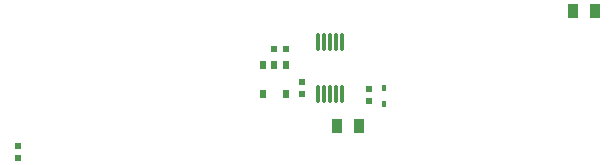
<source format=gtp>
G04*
G04 #@! TF.GenerationSoftware,Altium Limited,Altium Designer,20.2.4 (192)*
G04*
G04 Layer_Color=8421504*
%FSLAX25Y25*%
%MOIN*%
G70*
G04*
G04 #@! TF.SameCoordinates,5AF248B1-ED0B-47C2-8BD6-9DFDD3C18100*
G04*
G04*
G04 #@! TF.FilePolarity,Positive*
G04*
G01*
G75*
G04:AMPARAMS|DCode=18|XSize=57.09mil|YSize=11.81mil|CornerRadius=1.48mil|HoleSize=0mil|Usage=FLASHONLY|Rotation=90.000|XOffset=0mil|YOffset=0mil|HoleType=Round|Shape=RoundedRectangle|*
%AMROUNDEDRECTD18*
21,1,0.05709,0.00886,0,0,90.0*
21,1,0.05413,0.01181,0,0,90.0*
1,1,0.00295,0.00443,0.02707*
1,1,0.00295,0.00443,-0.02707*
1,1,0.00295,-0.00443,-0.02707*
1,1,0.00295,-0.00443,0.02707*
%
%ADD18ROUNDEDRECTD18*%
%ADD19R,0.01575X0.01890*%
%ADD20R,0.02362X0.01968*%
%ADD21R,0.02165X0.03150*%
%ADD22R,0.03543X0.05118*%
%ADD23R,0.01968X0.01968*%
%ADD24R,0.01968X0.01968*%
D18*
X172835Y142126D02*
D03*
X174803D02*
D03*
X176772D02*
D03*
X178740D02*
D03*
X180709D02*
D03*
Y124803D02*
D03*
X178740D02*
D03*
X176772D02*
D03*
X172835D02*
D03*
X174803D02*
D03*
D19*
X194882Y126614D02*
D03*
Y121417D02*
D03*
D20*
X72835Y103347D02*
D03*
Y107283D02*
D03*
X189764Y122441D02*
D03*
Y126378D02*
D03*
D21*
X162008Y124803D02*
D03*
X154527D02*
D03*
Y134252D02*
D03*
X158268D02*
D03*
X162008D02*
D03*
D22*
X265158Y152362D02*
D03*
X257677D02*
D03*
X186417Y114173D02*
D03*
X178937D02*
D03*
D23*
X167323Y124803D02*
D03*
Y128740D02*
D03*
D24*
X162205Y139764D02*
D03*
X158268D02*
D03*
M02*

</source>
